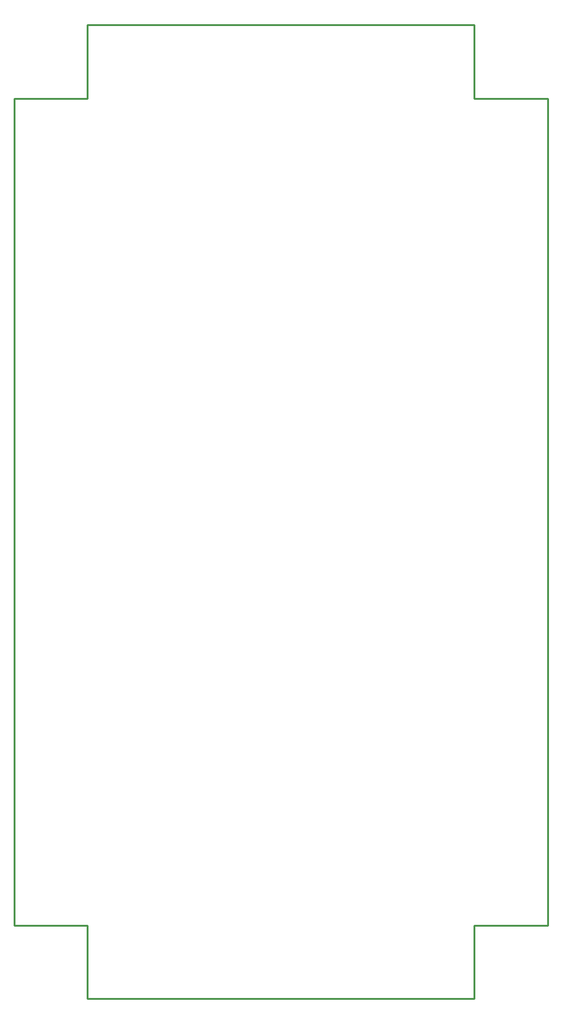
<source format=gm1>
G04*
G04 #@! TF.GenerationSoftware,Altium Limited,Altium Designer,20.2.6 (244)*
G04*
G04 Layer_Color=16711935*
%FSLAX25Y25*%
%MOIN*%
G70*
G04*
G04 #@! TF.SameCoordinates,9385ED74-4294-42B6-9646-82B243174D78*
G04*
G04*
G04 #@! TF.FilePolarity,Positive*
G04*
G01*
G75*
%ADD10C,0.01000*%
D10*
X287402Y39511D02*
Y484132D01*
X247632Y39511D02*
X287402D01*
X247632Y141D02*
Y39511D01*
X39370Y-0D02*
X247632Y0D01*
X-0Y39370D02*
X-0Y483989D01*
X39368Y523622D02*
X247489D01*
X-2Y483989D02*
X39368Y483989D01*
Y523359D01*
X247488Y484132D02*
X247489Y523502D01*
X247488Y484132D02*
X286859D01*
X0Y39370D02*
X39370D01*
X39370Y0D02*
X39370Y39370D01*
M02*

</source>
